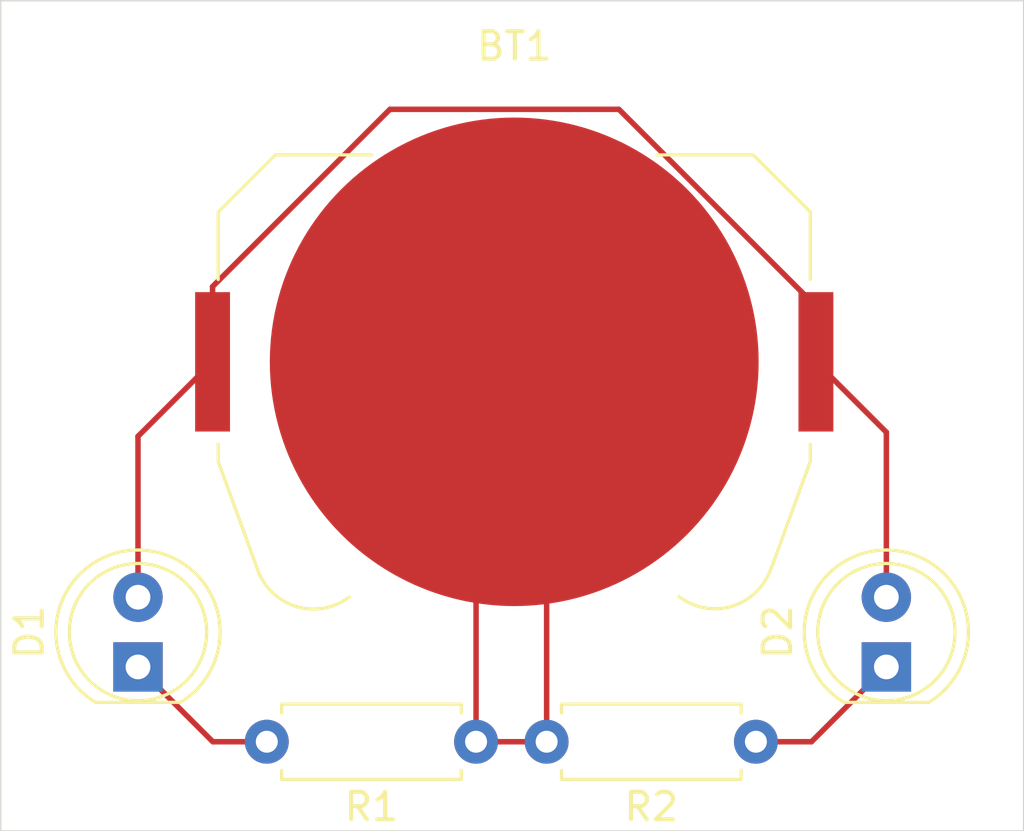
<source format=kicad_pcb>
(kicad_pcb (version 20240108) (generator "pcbnew") (generator_version "8.0")
  (layers (0 "F.Cu" signal) (31 "B.Cu" signal) (34 "B.Paste" user) (35 "F.Paste" user) (36 "B.SilkS" user "B.Silkscreen") (37 "F.SilkS" user "F.Silkscreen") (38 "B.Mask" user) (39 "F.Mask" user) (44 "Edge.Cuts" user))
  (net 0 "")
  (net 1 "Net-(BT1-+)")
  (net 2 "Net-(BT1--)")
  (net 3 "Net-(D1-K)")
  (net 4 "Net-(D2-K)")
  (footprint "LED_THT:LED_D5.0mm" (layer "F.Cu") (at 160.25 87.525 90)
    (property "Reference" "D2" (at 1.27 -3.96 90) (layer "F.SilkS"))
    (property "Value" "LED")
    (fp_line (start -1.29 -1.545) (end -1.29 1.545) (stroke (width 0.12)) (layer "F.SilkS"))
    (fp_arc (start -1.29 -1.54483) (mid 2.072002 -2.880433) (end 4.26 0.000462) (stroke (width 0.12)) (layer "F.SilkS"))
    (fp_arc (start 4.26 -0.000462) (mid 2.072002 2.880433) (end -1.29 1.54483) (stroke (width 0.12)) (layer "F.SilkS"))
    (fp_circle (center 1.27 0) (end 3.77 0) (stroke (width 0.12)) (fill none) (layer "F.SilkS"))
    (pad "1" thru_hole rect (at 0 0 90) (size 1.8 1.8) (drill 0.9) (layers "*.Cu" "*.Mask") (net 4 "Net-(D2-K)"))
    (pad "2" thru_hole circle (at 2.54 0 90) (size 1.8 1.8) (drill 0.9) (layers "*.Cu" "*.Mask") (net 1 "Net-(BT1-+)"))
  )
  (footprint "Resistor_THT:R_Axial_DIN0207_L6.3mm_D2.5mm_P7.62mm_Horizontal" (layer "F.Cu") (at 155.5 90.25 180)
    (property "Reference" "R2" (at 3.81 -2.37 0) (layer "F.SilkS"))
    (property "Value" "R")
    (fp_line (start 7.08 1.37) (end 7.08 1.04) (stroke (width 0.12)) (layer "F.SilkS"))
    (fp_line (start 7.08 -1.37) (end 7.08 -1.04) (stroke (width 0.12)) (layer "F.SilkS"))
    (fp_line (start 0.54 1.37) (end 7.08 1.37) (stroke (width 0.12)) (layer "F.SilkS"))
    (fp_line (start 0.54 1.04) (end 0.54 1.37) (stroke (width 0.12)) (layer "F.SilkS"))
    (fp_line (start 0.54 -1.04) (end 0.54 -1.37) (stroke (width 0.12)) (layer "F.SilkS"))
    (fp_line (start 0.54 -1.37) (end 7.08 -1.37) (stroke (width 0.12)) (layer "F.SilkS"))
    (pad "1" thru_hole circle (at 0 0 180) (size 1.6 1.6) (drill 0.8) (layers "*.Cu" "*.Mask") (net 4 "Net-(D2-K)"))
    (pad "2" thru_hole oval (at 7.62 0 180) (size 1.6 1.6) (drill 0.8) (layers "*.Cu" "*.Mask") (net 2 "Net-(BT1--)"))
  )
  (footprint "Battery:BatteryHolder_Keystone_3034_1x20mm" (layer "F.Cu") (at 146.7 76.408075)
    (property "Reference" "BT1" (at 0 -11.5 0) (layer "F.SilkS"))
    (property "Value" "Battery_Cell")
    (fp_line (start -10.78 -5.46) (end -10.78 -3) (stroke (width 0.12)) (layer "F.SilkS"))
    (fp_line (start -10.78 3) (end -10.78 3.63) (stroke (width 0.12)) (layer "F.SilkS"))
    (fp_line (start -10.78 3.63) (end -9.34 7.58) (stroke (width 0.12)) (layer "F.SilkS"))
    (fp_line (start -8.7 -7.54) (end -10.78 -5.46) (stroke (width 0.12)) (layer "F.SilkS"))
    (fp_line (start -5.2 -7.54) (end -8.7 -7.54) (stroke (width 0.12)) (layer "F.SilkS"))
    (fp_line (start 8.7 -7.54) (end 5.2 -7.54) (stroke (width 0.12)) (layer "F.SilkS"))
    (fp_line (start 8.7 -7.54) (end 10.78 -5.46) (stroke (width 0.12)) (layer "F.SilkS"))
    (fp_line (start 10.78 -5.46) (end 10.78 -3) (stroke (width 0.12)) (layer "F.SilkS"))
    (fp_line (start 10.78 3) (end 10.78 3.63) (stroke (width 0.12)) (layer "F.SilkS"))
    (fp_line (start 10.78 3.63) (end 9.34 7.58) (stroke (width 0.12)) (layer "F.SilkS"))
    (fp_arc (start -6.003354 8.56653) (mid -7.921654 8.918738) (end -9.34 7.58) (stroke (width 0.12)) (layer "F.SilkS"))
    (fp_arc (start 9.325243 7.588169) (mid 7.90634 8.911668) (end 6 8.55) (stroke (width 0.12)) (layer "F.SilkS"))
    (pad "1" smd rect (at -10.985 0) (size 1.27 5.08) (layers "F.Cu" "F.Paste" "F.Mask") (net 1 "Net-(BT1-+)"))
    (pad "1" smd rect (at 10.985 0) (size 1.27 5.08) (layers "F.Cu" "F.Paste" "F.Mask") (net 1 "Net-(BT1-+)"))
    (pad "2" smd circle (at 0 0) (size 17.8 17.8) (layers "F.Cu" "F.Mask") (net 2 "Net-(BT1--)"))
  )
  (footprint "Resistor_THT:R_Axial_DIN0207_L6.3mm_D2.5mm_P7.62mm_Horizontal" (layer "F.Cu") (at 145.31 90.25 180)
    (property "Reference" "R1" (at 3.81 -2.37 0) (layer "F.SilkS"))
    (property "Value" "R")
    (fp_line (start 7.08 1.37) (end 7.08 1.04) (stroke (width 0.12)) (layer "F.SilkS"))
    (fp_line (start 7.08 -1.37) (end 7.08 -1.04) (stroke (width 0.12)) (layer "F.SilkS"))
    (fp_line (start 0.54 1.37) (end 7.08 1.37) (stroke (width 0.12)) (layer "F.SilkS"))
    (fp_line (start 0.54 1.04) (end 0.54 1.37) (stroke (width 0.12)) (layer "F.SilkS"))
    (fp_line (start 0.54 -1.04) (end 0.54 -1.37) (stroke (width 0.12)) (layer "F.SilkS"))
    (fp_line (start 0.54 -1.37) (end 7.08 -1.37) (stroke (width 0.12)) (layer "F.SilkS"))
    (pad "1" thru_hole circle (at 0 0 180) (size 1.6 1.6) (drill 0.8) (layers "*.Cu" "*.Mask") (net 2 "Net-(BT1--)"))
    (pad "2" thru_hole oval (at 7.62 0 180) (size 1.6 1.6) (drill 0.8) (layers "*.Cu" "*.Mask") (net 3 "Net-(D1-K)"))
  )
  (footprint "LED_THT:LED_D5.0mm" (layer "F.Cu") (at 133 87.525 90)
    (property "Reference" "D1" (at 1.27 -3.96 90) (layer "F.SilkS"))
    (property "Value" "LED")
    (fp_line (start -1.29 -1.545) (end -1.29 1.545) (stroke (width 0.12)) (layer "F.SilkS"))
    (fp_arc (start -1.29 -1.54483) (mid 2.072002 -2.880433) (end 4.26 0.000462) (stroke (width 0.12)) (layer "F.SilkS"))
    (fp_arc (start 4.26 -0.000462) (mid 2.072002 2.880433) (end -1.29 1.54483) (stroke (width 0.12)) (layer "F.SilkS"))
    (fp_circle (center 1.27 0) (end 3.77 0) (stroke (width 0.12)) (fill none) (layer "F.SilkS"))
    (pad "1" thru_hole rect (at 0 0 90) (size 1.8 1.8) (drill 0.9) (layers "*.Cu" "*.Mask") (net 3 "Net-(D1-K)"))
    (pad "2" thru_hole circle (at 2.54 0 90) (size 1.8 1.8) (drill 0.9) (layers "*.Cu" "*.Mask") (net 1 "Net-(BT1-+)"))
  )
  (gr_rect (start 128 63.25) (end 165.25 93.5) (stroke (width 0.05)) (fill none) (layer "Edge.Cuts"))
  (segment (start 135.715 73.668075) (end 142.175 67.208075) (width 0.2) (layer "F.Cu") (net 1))
  (segment (start 160.25 84.985) (end 160.25 78.973075) (width 0.2) (layer "F.Cu") (net 1))
  (segment (start 133 84.985) (end 133 79.123075) (width 0.2) (layer "F.Cu") (net 1))
  (segment (start 142.175 67.208075) (end 150.510765 67.208075) (width 0.2) (layer "F.Cu") (net 1))
  (segment (start 160.25 78.973075) (end 157.685 76.408075) (width 0.2) (layer "F.Cu") (net 1))
  (segment (start 133 79.123075) (end 135.715 76.408075) (width 0.2) (layer "F.Cu") (net 1))
  (segment (start 135.715 76.408075) (end 135.715 73.668075) (width 0.2) (layer "F.Cu") (net 1))
  (segment (start 157.685 74.38231) (end 157.685 76.408075) (width 0.2) (layer "F.Cu") (net 1))
  (segment (start 150.510765 67.208075) (end 157.685 74.38231) (width 0.2) (layer "F.Cu") (net 1))
  (segment (start 147.88 77.588075) (end 146.7 76.408075) (width 0.2) (layer "F.Cu") (net 2))
  (segment (start 145.31 90.25) (end 145.31 77.798075) (width 0.2) (layer "F.Cu") (net 2))
  (segment (start 145.31 77.798075) (end 146.7 76.408075) (width 0.2) (layer "F.Cu") (net 2))
  (segment (start 145.31 90.25) (end 147.88 90.25) (width 0.2) (layer "F.Cu") (net 2))
  (segment (start 147.88 90.25) (end 147.88 77.588075) (width 0.2) (layer "F.Cu") (net 2))
  (segment (start 135.725 90.25) (end 133 87.525) (width 0.2) (layer "F.Cu") (net 3))
  (segment (start 137.69 90.25) (end 135.725 90.25) (width 0.2) (layer "F.Cu") (net 3))
  (segment (start 155.5 90.25) (end 157.525 90.25) (width 0.2) (layer "F.Cu") (net 4))
  (segment (start 157.525 90.25) (end 160.25 87.525) (width 0.2) (layer "F.Cu") (net 4))
)
</source>
